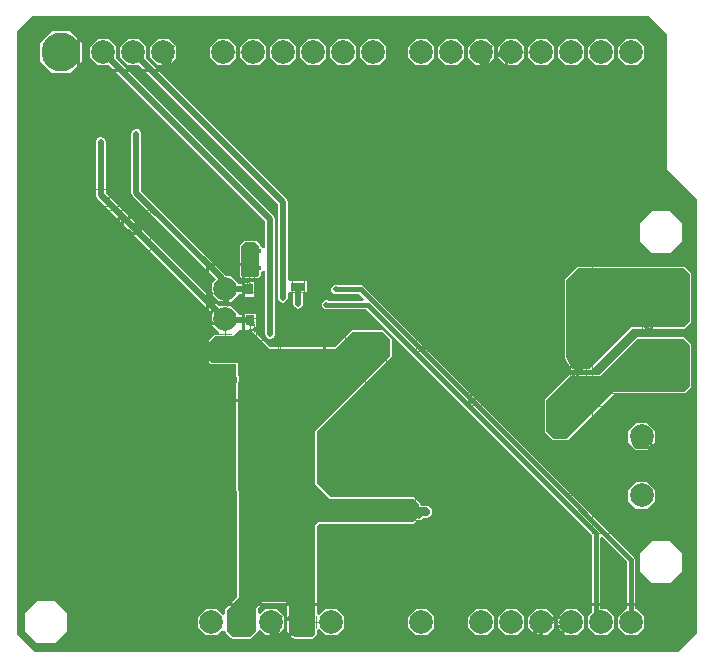
<source format=gbl>
G04*
G04 #@! TF.GenerationSoftware,Altium Limited,Altium Designer,22.7.1 (60)*
G04*
G04 Layer_Physical_Order=2*
G04 Layer_Color=16711680*
%FSLAX25Y25*%
%MOIN*%
G70*
G04*
G04 #@! TF.SameCoordinates,FBDB1D81-1F97-4559-A255-E9B88A778833*
G04*
G04*
G04 #@! TF.FilePolarity,Positive*
G04*
G01*
G75*
%ADD11C,0.00984*%
%ADD13C,0.00394*%
%ADD14C,0.01000*%
%ADD15C,0.00866*%
%ADD16C,0.00591*%
%ADD18R,0.05118X0.02756*%
%ADD35C,0.02000*%
%ADD37C,0.01500*%
%ADD38C,0.07874*%
%ADD39C,0.12992*%
%ADD40C,0.01772*%
%ADD41C,0.02000*%
%ADD42R,0.03100X0.03800*%
G36*
X210660Y212011D02*
X216716Y205954D01*
Y160970D01*
X226713Y150974D01*
Y22455D01*
X226713Y6242D01*
X220471Y0D01*
X5904D01*
X-1Y5906D01*
Y207057D01*
X4952Y212011D01*
X210660Y212011D01*
D02*
G37*
%LPC*%
G36*
X206561Y204437D02*
X202885D01*
X200286Y201838D01*
Y198162D01*
X202885Y195563D01*
X206561D01*
X209160Y198162D01*
Y201838D01*
X206561Y204437D01*
D02*
G37*
G36*
X196561D02*
X192885D01*
X190286Y201838D01*
Y198162D01*
X192885Y195563D01*
X196561D01*
X199160Y198162D01*
Y201838D01*
X196561Y204437D01*
D02*
G37*
G36*
X186561D02*
X182885D01*
X180286Y201838D01*
Y198162D01*
X182885Y195563D01*
X186561D01*
X189160Y198162D01*
Y201838D01*
X186561Y204437D01*
D02*
G37*
G36*
X176561D02*
X172885D01*
X170286Y201838D01*
Y198162D01*
X172885Y195563D01*
X176561D01*
X179160Y198162D01*
Y201838D01*
X176561Y204437D01*
D02*
G37*
G36*
X166561D02*
X162885D01*
X160286Y201838D01*
Y198162D01*
X162885Y195563D01*
X166561D01*
X169160Y198162D01*
Y201838D01*
X166561Y204437D01*
D02*
G37*
G36*
X156561D02*
X152885D01*
X150286Y201838D01*
Y198162D01*
X152885Y195563D01*
X156561D01*
X159160Y198162D01*
Y201838D01*
X156561Y204437D01*
D02*
G37*
G36*
X146561D02*
X142885D01*
X140286Y201838D01*
Y198162D01*
X142885Y195563D01*
X146561D01*
X149160Y198162D01*
Y201838D01*
X146561Y204437D01*
D02*
G37*
G36*
X136561D02*
X132885D01*
X130286Y201838D01*
Y198162D01*
X132885Y195563D01*
X136561D01*
X139160Y198162D01*
Y201838D01*
X136561Y204437D01*
D02*
G37*
G36*
X120561D02*
X116885D01*
X114286Y201838D01*
Y198162D01*
X116885Y195563D01*
X120561D01*
X123160Y198162D01*
Y201838D01*
X120561Y204437D01*
D02*
G37*
G36*
X110561D02*
X106885D01*
X104286Y201838D01*
Y198162D01*
X106885Y195563D01*
X110561D01*
X113160Y198162D01*
Y201838D01*
X110561Y204437D01*
D02*
G37*
G36*
X100561D02*
X96885D01*
X94286Y201838D01*
Y198162D01*
X96885Y195563D01*
X100561D01*
X103160Y198162D01*
Y201838D01*
X100561Y204437D01*
D02*
G37*
G36*
X90561D02*
X86885D01*
X84286Y201838D01*
Y198162D01*
X86885Y195563D01*
X90561D01*
X93160Y198162D01*
Y201838D01*
X90561Y204437D01*
D02*
G37*
G36*
X80561D02*
X76885D01*
X74286Y201838D01*
Y198162D01*
X76885Y195563D01*
X80561D01*
X83160Y198162D01*
Y201838D01*
X80561Y204437D01*
D02*
G37*
G36*
X70561D02*
X66885D01*
X64286Y201838D01*
Y198162D01*
X66885Y195563D01*
X70561D01*
X73160Y198162D01*
Y201838D01*
X70561Y204437D01*
D02*
G37*
G36*
X50561D02*
X46885D01*
X44286Y201838D01*
Y198162D01*
X46885Y195563D01*
X50561D01*
X53160Y198162D01*
Y201838D01*
X50561Y204437D01*
D02*
G37*
G36*
X17621Y206996D02*
X11825D01*
X7727Y202898D01*
Y197102D01*
X11825Y193004D01*
X17621D01*
X21719Y197102D01*
Y202898D01*
X17621Y206996D01*
D02*
G37*
G36*
X30561Y204437D02*
X26885D01*
X24286Y201838D01*
Y198162D01*
X26885Y195563D01*
X30561D01*
X30713Y195714D01*
X82788Y143639D01*
Y134656D01*
X82001Y134525D01*
X81282Y135244D01*
X81249Y135384D01*
X81249Y135384D01*
X81090Y135767D01*
X81090Y135767D01*
X79860Y136997D01*
X79477Y137155D01*
X79477Y137155D01*
X75983D01*
X75983Y137155D01*
X75600Y136997D01*
X75600Y136997D01*
X74419Y135816D01*
X74261Y135433D01*
X74261Y135433D01*
Y125640D01*
X74419Y125257D01*
X74419Y125257D01*
X74911Y124765D01*
X75294Y124606D01*
X75294Y124606D01*
X80019D01*
X80401Y124765D01*
X81090Y125454D01*
X81249Y125837D01*
X81249Y125837D01*
Y126567D01*
X81282D01*
X82001Y127286D01*
X82788Y127155D01*
Y106005D01*
X83264Y104857D01*
X84412Y104382D01*
X85560Y104857D01*
X86035Y106005D01*
Y144311D01*
X85560Y145459D01*
X33009Y198011D01*
X33160Y198162D01*
Y201838D01*
X30561Y204437D01*
D02*
G37*
G36*
X217621Y146996D02*
X211825D01*
X207727Y142898D01*
Y137102D01*
X211825Y133004D01*
X217621D01*
X221719Y137102D01*
Y142898D01*
X217621Y146996D01*
D02*
G37*
G36*
X39763Y174458D02*
X38614Y173983D01*
X38139Y172835D01*
Y153150D01*
X38614Y152002D01*
X66367Y124249D01*
X64962Y122843D01*
Y119168D01*
X67561Y116568D01*
X71237D01*
X73836Y119168D01*
Y119312D01*
X75114D01*
Y118466D01*
X79214D01*
Y123266D01*
X75114D01*
Y122559D01*
X73836D01*
Y122843D01*
X71237Y125443D01*
X69565D01*
X69423Y125785D01*
X41386Y153822D01*
Y172835D01*
X40911Y173983D01*
X40337Y174221D01*
X39763Y174458D01*
D02*
G37*
G36*
X106919Y122366D02*
X105677D01*
X104798Y121487D01*
Y120245D01*
X105677Y119366D01*
X106919D01*
X107066Y119513D01*
X114078D01*
X115762Y117828D01*
X115461Y117101D01*
X103917Y117101D01*
X103770Y117248D01*
X102527D01*
X101648Y116369D01*
Y115127D01*
X102527Y114248D01*
X103770D01*
X103917Y114395D01*
X116367Y114395D01*
X191676Y39086D01*
Y13419D01*
X191732Y13284D01*
X190286Y11838D01*
Y8162D01*
X192885Y5563D01*
X196561D01*
X199160Y8162D01*
Y11838D01*
X196561Y14437D01*
X194382D01*
Y38180D01*
X195110Y38481D01*
X203370Y30221D01*
Y14437D01*
X202885D01*
X200286Y11838D01*
Y8162D01*
X202885Y5563D01*
X206561D01*
X209160Y8162D01*
Y11838D01*
X206561Y14437D01*
X206076D01*
Y30781D01*
X205680Y31738D01*
X173468Y63950D01*
X173468Y63950D01*
X115595Y121823D01*
X114638Y122219D01*
X107066D01*
X106919Y122366D01*
D02*
G37*
G36*
X40561Y204437D02*
X36885D01*
X34286Y201838D01*
Y198162D01*
X36885Y195563D01*
X40561D01*
X40713Y195714D01*
X86958Y149469D01*
Y118110D01*
X87433Y116962D01*
X88582Y116487D01*
X89729Y116962D01*
X90205Y118110D01*
Y119365D01*
X90640Y119972D01*
X90992Y119972D01*
X92076D01*
Y116142D01*
X92200Y115843D01*
Y115520D01*
X92428Y115292D01*
X92551Y114994D01*
X92850Y114870D01*
X93078Y114642D01*
X93401D01*
X93700Y114518D01*
X93998Y114642D01*
X94321D01*
X94549Y114870D01*
X94848Y114994D01*
X94971Y115292D01*
X95200Y115520D01*
Y115843D01*
X95323Y116142D01*
Y119972D01*
X96759D01*
Y123728D01*
X90992D01*
X90640Y123728D01*
X90205Y124335D01*
Y150142D01*
X89729Y151290D01*
X43009Y198011D01*
X43160Y198162D01*
Y201838D01*
X40561Y204437D01*
D02*
G37*
G36*
X222440Y128494D02*
X222440Y128494D01*
X187007D01*
X186624Y128335D01*
X186624Y128335D01*
X182687Y124398D01*
X182528Y124016D01*
X182528Y124016D01*
Y98425D01*
X182577Y98309D01*
X182586Y98183D01*
X184554Y94246D01*
X184621Y94188D01*
X184655Y94105D01*
X184772Y94057D01*
X184867Y93975D01*
X184956Y93981D01*
X185038Y93947D01*
X190944D01*
X191326Y94105D01*
X191326Y94105D01*
X204947Y107727D01*
X222440D01*
X222440Y107727D01*
X222822Y107885D01*
X222822Y107885D01*
X224791Y109853D01*
X224949Y110236D01*
X224949Y110236D01*
Y125984D01*
X224949Y125984D01*
X224791Y126367D01*
X222822Y128335D01*
X222440Y128494D01*
D02*
G37*
G36*
X27951Y171702D02*
X26803Y171227D01*
X26328Y170079D01*
Y152453D01*
X26803Y151305D01*
X65114Y112995D01*
X64962Y112843D01*
Y109168D01*
X67486Y106644D01*
X67380Y105856D01*
X65944D01*
X65944Y105856D01*
X65561Y105698D01*
X63592Y103729D01*
X63434Y103347D01*
X63434Y103346D01*
Y97441D01*
X63434Y97441D01*
X63592Y97058D01*
X64577Y96074D01*
X64959Y95916D01*
X64959Y95916D01*
X73108D01*
X73125Y92220D01*
X73153Y92153D01*
X73144Y92082D01*
X73295Y91518D01*
Y90493D01*
X73155Y89971D01*
X73165Y89897D01*
X73137Y89828D01*
X73472Y18479D01*
X69483Y14146D01*
X69415Y13961D01*
X69340Y13780D01*
Y12772D01*
X68552Y12446D01*
X66561Y14437D01*
X62885D01*
X60286Y11838D01*
Y8162D01*
X62885Y5563D01*
X66561D01*
X68171Y7173D01*
X69151Y7098D01*
X69340Y6890D01*
X69498Y6507D01*
X71466Y4539D01*
X71849Y4380D01*
X71849Y4380D01*
X77755D01*
X77755Y4380D01*
X78137Y4539D01*
X80106Y6507D01*
X80264Y6890D01*
X80864Y7319D01*
X81052Y7396D01*
X82885Y5563D01*
X86561D01*
X89160Y8162D01*
Y11838D01*
X86561Y14437D01*
X82885D01*
X81052Y12604D01*
X80264Y12930D01*
Y14540D01*
X81916Y16191D01*
X89341D01*
X90009Y15524D01*
Y6890D01*
X90009Y6890D01*
X90167Y6507D01*
X92136Y4539D01*
X92519Y4380D01*
X92519Y4380D01*
X98424D01*
X98424Y4380D01*
X98807Y4539D01*
X99791Y5523D01*
X99950Y5906D01*
X99949Y5906D01*
Y7385D01*
X100737Y7711D01*
X102885Y5563D01*
X106561D01*
X109160Y8162D01*
Y11838D01*
X106561Y14437D01*
X102885D01*
X100737Y12289D01*
X99949Y12615D01*
Y42099D01*
X100617Y42766D01*
X131888D01*
X131889Y42766D01*
X132271Y42924D01*
X133213Y43866D01*
X133236Y43844D01*
X134478D01*
X135357Y44722D01*
Y44734D01*
X136810D01*
X136810Y44734D01*
X137192Y44893D01*
X137192Y44893D01*
X138177Y45877D01*
X138177Y45877D01*
X138335Y46260D01*
X138335Y46260D01*
Y47244D01*
X138177Y47627D01*
X138177Y47627D01*
X137192Y48611D01*
X136810Y48770D01*
X136810Y48770D01*
X134984D01*
X134398Y49213D01*
X134240Y49595D01*
X132271Y51564D01*
X131889Y51722D01*
X131888Y51722D01*
X104554D01*
X99949Y56327D01*
Y73595D01*
X124791Y98436D01*
X124950Y98819D01*
X124949Y98819D01*
Y104331D01*
X124950Y104331D01*
X124791Y104713D01*
X122429Y107076D01*
X122046Y107234D01*
X122046Y107234D01*
X111810D01*
X111810Y107234D01*
X111427Y107076D01*
X111427Y107076D01*
X106074Y101722D01*
X84381D01*
X79608Y106496D01*
Y106730D01*
X79373D01*
X78661Y107443D01*
X78987Y108230D01*
X79608D01*
Y113030D01*
X75508D01*
Y112442D01*
X73836D01*
Y112843D01*
X71237Y115443D01*
X67561D01*
X67410Y115291D01*
X29575Y153126D01*
Y170079D01*
X29100Y171227D01*
X28526Y171465D01*
X27951Y171702D01*
D02*
G37*
G36*
X222440Y104872D02*
X222440Y104872D01*
X206692D01*
X206692Y104872D01*
X206309Y104713D01*
X194066Y92470D01*
X184448D01*
X184448Y92470D01*
X184065Y92312D01*
X184065Y92312D01*
X175994Y84241D01*
X175836Y83858D01*
X175836Y83858D01*
Y73622D01*
X175836Y73622D01*
X175994Y73239D01*
X175994Y73239D01*
X178424Y70810D01*
X178806Y70651D01*
X178806Y70651D01*
X183396Y70651D01*
X183396Y70651D01*
X183779Y70810D01*
X183779Y70810D01*
X199042Y86073D01*
X222440Y86073D01*
X222440Y86073D01*
X222822Y86231D01*
X224791Y88200D01*
X224949Y88583D01*
X224949Y88583D01*
Y102362D01*
X224949Y102362D01*
X224791Y102745D01*
X222822Y104713D01*
X222440Y104872D01*
D02*
G37*
G36*
X210006Y76386D02*
X206330D01*
X203731Y73787D01*
Y70111D01*
X206330Y67512D01*
X210006D01*
X212605Y70111D01*
Y73787D01*
X210006Y76386D01*
D02*
G37*
G36*
Y56701D02*
X206330D01*
X203731Y54102D01*
Y50426D01*
X206330Y47827D01*
X210006D01*
X212605Y50426D01*
Y54102D01*
X210006Y56701D01*
D02*
G37*
G36*
X217621Y36996D02*
X211825D01*
X207727Y32898D01*
Y27102D01*
X211825Y23004D01*
X217621D01*
X221719Y27102D01*
Y32898D01*
X217621Y36996D01*
D02*
G37*
G36*
X186561Y14437D02*
X182885D01*
X180286Y11838D01*
Y8162D01*
X182885Y5563D01*
X186561D01*
X189160Y8162D01*
Y11838D01*
X186561Y14437D01*
D02*
G37*
G36*
X176561D02*
X172885D01*
X170286Y11838D01*
Y8162D01*
X172885Y5563D01*
X176561D01*
X179160Y8162D01*
Y11838D01*
X176561Y14437D01*
D02*
G37*
G36*
X166561D02*
X162885D01*
X160286Y11838D01*
Y8162D01*
X162885Y5563D01*
X166561D01*
X169160Y8162D01*
Y11838D01*
X166561Y14437D01*
D02*
G37*
G36*
X156561D02*
X152885D01*
X150286Y11838D01*
Y8162D01*
X152885Y5563D01*
X156561D01*
X159160Y8162D01*
Y11838D01*
X156561Y14437D01*
D02*
G37*
G36*
X136561D02*
X132885D01*
X130286Y11838D01*
Y8162D01*
X132885Y5563D01*
X136561D01*
X139160Y8162D01*
Y11838D01*
X136561Y14437D01*
D02*
G37*
G36*
X12621Y16996D02*
X6825D01*
X2727Y12898D01*
Y7102D01*
X6825Y3004D01*
X12621D01*
X16719Y7102D01*
Y12898D01*
X12621Y16996D01*
D02*
G37*
%LPD*%
G36*
X80707Y135384D02*
Y125837D01*
X80019Y125148D01*
X75294D01*
X74802Y125640D01*
Y135433D01*
X75983Y136614D01*
X79477D01*
X80707Y135384D01*
D02*
G37*
G36*
X224408Y125984D02*
Y110236D01*
X222440Y108268D01*
X204723D01*
X190944Y94488D01*
X185038D01*
X183070Y98425D01*
Y124016D01*
X187007Y127953D01*
X222440D01*
X224408Y125984D01*
D02*
G37*
G36*
X84157Y101181D02*
X106298D01*
X111810Y106693D01*
X122046D01*
X124408Y104331D01*
Y98819D01*
X99408Y73819D01*
Y56102D01*
X104330Y51181D01*
X131889D01*
X133857Y49213D01*
Y48228D01*
X136810D01*
X137794Y47244D01*
Y46260D01*
X136810Y45276D01*
X133857D01*
X131889Y43307D01*
X100392D01*
X99408Y42323D01*
Y5906D01*
X98424Y4921D01*
X92519D01*
X90550Y6890D01*
Y15748D01*
X89566Y16732D01*
X81692D01*
X79723Y14764D01*
Y6890D01*
X77755Y4921D01*
X71849D01*
X69881Y6890D01*
Y13780D01*
X74015Y18269D01*
X73678Y89831D01*
X73836Y90421D01*
Y91590D01*
X73667Y92222D01*
X73647Y96457D01*
X64959D01*
X63975Y97441D01*
Y103347D01*
X65944Y105315D01*
X71849D01*
X74015Y107480D01*
X77858D01*
X84157Y101181D01*
D02*
G37*
G36*
X224408Y102362D02*
Y88583D01*
X222440Y86614D01*
X198818Y86614D01*
X183396Y71192D01*
X178806Y71192D01*
X176377Y73622D01*
Y83858D01*
X184448Y91929D01*
X194290D01*
X206692Y104331D01*
X222440D01*
X224408Y102362D01*
D02*
G37*
D11*
X63494Y129234D02*
X75305D01*
X63494Y83880D02*
Y129234D01*
Y83880D02*
X75305D01*
Y129234D01*
X20495Y194095D02*
Y205906D01*
Y194095D02*
X126873D01*
Y205906D01*
X20495D02*
X126873D01*
X126495D02*
X211219D01*
Y194095D02*
Y205906D01*
X126495Y194095D02*
X211219D01*
X126495D02*
Y205906D01*
X146495Y4095D02*
Y15905D01*
Y4095D02*
X211534D01*
Y15905D01*
X146495D02*
X211534D01*
X56495Y4095D02*
Y15905D01*
Y4095D02*
X141219D01*
Y15905D01*
X56495D02*
X141219D01*
X75305Y83880D02*
Y129234D01*
X63494Y83880D02*
X75305D01*
X63494D02*
Y129234D01*
X75305D01*
X20495Y205906D02*
X126873D01*
Y194095D02*
Y205906D01*
X20495Y194095D02*
X126873D01*
X20495D02*
Y205906D01*
X126495Y194095D02*
Y205906D01*
Y194095D02*
X211219D01*
Y205906D01*
X126495D02*
X211219D01*
X146495Y15905D02*
X211534D01*
Y4095D02*
Y15905D01*
X146495Y4095D02*
X211534D01*
X146495D02*
Y15905D01*
X56495D02*
X141219D01*
Y4095D02*
Y15905D01*
X56495Y4095D02*
X141219D01*
X56495D02*
Y15905D01*
D13*
X75196Y120079D02*
X79133D01*
X75196Y127953D02*
X79133D01*
X75196Y120079D02*
Y127953D01*
X79133Y120079D02*
Y127953D01*
X75589Y111417D02*
X79526D01*
X75589Y103543D02*
X79526D01*
Y111417D01*
X75589Y103543D02*
Y111417D01*
X67431Y106005D02*
X71368D01*
X69399Y104037D02*
Y107974D01*
X132676Y44193D02*
Y57087D01*
X154723D01*
Y45276D02*
Y57087D01*
X153640Y44193D02*
X154723Y45276D01*
X132676Y44193D02*
X153640D01*
X143700Y48720D02*
Y52658D01*
X141731Y50689D02*
X145668D01*
X73723Y198031D02*
Y201969D01*
X71755Y200000D02*
X75692D01*
X167755D02*
X171692D01*
X169723Y198031D02*
Y201969D01*
X81495Y92913D02*
X87007D01*
Y103937D01*
X81495D02*
X87007D01*
X81495Y92913D02*
Y103937D01*
X84251Y97244D02*
Y99606D01*
X83070Y98425D02*
X85432D01*
X23900Y70079D02*
X24800D01*
X44373D01*
X23900D02*
Y83465D01*
X44373D01*
Y70079D02*
Y83465D01*
X32168Y76772D02*
X36105D01*
X34137Y74803D02*
Y78740D01*
X23900Y133993D02*
X24800D01*
X44373D01*
X23900D02*
Y147379D01*
X44373D01*
Y133993D02*
Y147379D01*
X32168Y140686D02*
X36105D01*
X34137Y138717D02*
Y142654D01*
X184251Y99803D02*
X189763D01*
X184251Y88779D02*
Y99803D01*
Y88779D02*
X189763D01*
Y99803D01*
X187007Y93110D02*
Y95472D01*
X185826Y94291D02*
X188188D01*
X191633Y82185D02*
X224704D01*
X191633Y39665D02*
Y82185D01*
Y39665D02*
X224704D01*
Y82185D01*
X208168Y60138D02*
Y64075D01*
X206200Y62106D02*
X210137D01*
X191633Y128740D02*
X224704D01*
X191633Y86221D02*
Y128740D01*
Y86221D02*
X224704D01*
Y128740D01*
X208168Y106693D02*
Y110630D01*
X206200Y108661D02*
X210137D01*
X26574Y125984D02*
Y128347D01*
X25392Y127165D02*
X27755D01*
X24605Y121653D02*
X28542D01*
Y132677D01*
X24605D02*
X28542D01*
X24605Y121653D02*
Y132677D01*
X173522Y100445D02*
X179034D01*
Y111469D01*
X173522D02*
X179034D01*
X173522Y100445D02*
Y111469D01*
X176278Y104776D02*
Y107138D01*
X175097Y105957D02*
X177459D01*
X170037Y104776D02*
Y107138D01*
X168856Y105957D02*
X171219D01*
X168069Y111469D02*
X172006D01*
X168069Y100445D02*
Y111469D01*
Y100445D02*
X172006D01*
Y111469D01*
X154723Y119960D02*
X157085D01*
X155904Y118779D02*
Y121142D01*
X150392Y117992D02*
Y121929D01*
Y117992D02*
X161416D01*
Y121929D01*
X150392D02*
X161416D01*
Y123378D02*
Y128890D01*
X150392D02*
X161416D01*
X150392Y123378D02*
Y128890D01*
Y123378D02*
X161416D01*
X154723Y126134D02*
X157085D01*
X155904Y124953D02*
Y127315D01*
X141797Y104776D02*
Y107138D01*
X140616Y105957D02*
X142979D01*
X139829Y111469D02*
X143766D01*
X139829Y100445D02*
Y111469D01*
Y100445D02*
X143766D01*
Y111469D01*
X134644Y105957D02*
X137007D01*
X135826Y104776D02*
Y107138D01*
X133070Y100445D02*
Y111469D01*
X138582D01*
Y100445D02*
Y111469D01*
X133070Y100445D02*
X138582D01*
X30707Y150394D02*
Y152756D01*
X29526Y151575D02*
X31889D01*
X25196Y148819D02*
X36219D01*
X25196D02*
Y154331D01*
X36219D01*
Y148819D02*
Y154331D01*
X44290Y122441D02*
Y133465D01*
X40353Y122441D02*
X44290D01*
X40353D02*
Y133465D01*
X44290D01*
X41140Y127953D02*
X43503D01*
X42322Y126772D02*
Y129134D01*
X28542Y57480D02*
Y68504D01*
X24605Y57480D02*
X28542D01*
X24605D02*
Y68504D01*
X28542D01*
X25392Y62992D02*
X27755D01*
X26574Y61811D02*
Y64173D01*
X32282Y62992D02*
X34644D01*
X33463Y61811D02*
Y64173D01*
X36219Y57480D02*
Y68504D01*
X30707Y57480D02*
X36219D01*
X30707D02*
Y68504D01*
X36219D01*
X87628Y98830D02*
Y113190D01*
X109281D01*
Y98830D02*
Y113190D01*
X87628Y98830D02*
X109281D01*
X98454Y104037D02*
Y107974D01*
X96486Y106005D02*
X100423D01*
X111022Y98132D02*
X113385D01*
X112204Y96951D02*
Y99313D01*
X109448Y92620D02*
Y103644D01*
X114959D01*
Y92620D02*
Y103644D01*
X109448Y92620D02*
X114959D01*
X115845Y103642D02*
X122932D01*
X115845Y87894D02*
Y103642D01*
Y87894D02*
X122932D01*
Y103642D01*
X119389Y94587D02*
Y96949D01*
X118207Y95768D02*
X120570D01*
X150392Y89764D02*
X161416D01*
X150392D02*
Y93701D01*
X161416D01*
Y89764D02*
Y93701D01*
X155904Y90551D02*
Y92913D01*
X154723Y91732D02*
X157085D01*
X150392Y82433D02*
Y87945D01*
Y82433D02*
X161416D01*
Y87945D01*
X150392D02*
X161416D01*
X154723Y85189D02*
X157085D01*
X155904Y84008D02*
Y86370D01*
X127164Y45768D02*
Y48130D01*
X125983Y46949D02*
X128345D01*
X121652Y49705D02*
X132676D01*
Y44193D02*
Y49705D01*
X121652Y44193D02*
X132676D01*
X121652D02*
Y49705D01*
X183857Y68110D02*
X190944D01*
X183857Y52362D02*
Y68110D01*
Y52362D02*
X190944D01*
Y68110D01*
X187400Y58268D02*
Y62205D01*
X185432Y60236D02*
X189369D01*
X179723Y8032D02*
Y11969D01*
X177755Y10000D02*
X181692D01*
X99723Y8032D02*
Y11969D01*
X97755Y10000D02*
X101692D01*
X19487Y10827D02*
Y16339D01*
Y10827D02*
X30511D01*
Y16339D01*
X19487D02*
X30511D01*
X23818Y13583D02*
X26180D01*
X24999Y12402D02*
Y14764D01*
X19487Y5118D02*
X30511D01*
X19487D02*
Y9055D01*
X30511D01*
Y5118D02*
Y9055D01*
X24999Y5906D02*
Y8268D01*
X23818Y7087D02*
X26180D01*
X93700Y124409D02*
Y126772D01*
X92519Y125591D02*
X94881D01*
X91731Y131102D02*
X95668D01*
Y120079D02*
Y131102D01*
X91731Y120079D02*
X95668D01*
X91731D02*
Y131102D01*
X77164Y122835D02*
Y125197D01*
X75983Y124016D02*
X78345D01*
X75196Y118504D02*
X79133D01*
X75196D02*
Y129528D01*
X79133D01*
Y118504D02*
Y129528D01*
X77558Y106299D02*
Y108661D01*
X76377Y107480D02*
X78739D01*
X75589Y112992D02*
X79526D01*
Y101969D02*
Y112992D01*
X75589Y101969D02*
X79526D01*
X75589D02*
Y112992D01*
X154723Y45276D02*
Y57087D01*
X153640Y44193D02*
X154723Y45276D01*
X132676Y44193D02*
X153640D01*
X132676D02*
Y57087D01*
X154723D01*
X81495Y92913D02*
X87007D01*
X81495D02*
Y103937D01*
X87007D01*
Y92913D02*
Y103937D01*
X23900Y70079D02*
X24800D01*
X44373D01*
Y83465D01*
X23900Y70079D02*
Y83465D01*
X44373D01*
X23900Y133993D02*
X24800D01*
X44373D01*
Y147379D01*
X23900Y133993D02*
Y147379D01*
X44373D01*
X184251Y99803D02*
X189763D01*
Y88779D02*
Y99803D01*
X184251Y88779D02*
X189763D01*
X184251D02*
Y99803D01*
X191633Y82185D02*
X224704D01*
Y39665D02*
Y82185D01*
X191633Y39665D02*
X224704D01*
X191633D02*
Y82185D01*
Y128740D02*
X224704D01*
Y86221D02*
Y128740D01*
X191633Y86221D02*
X224704D01*
X191633D02*
Y128740D01*
X24605Y121653D02*
X28542D01*
Y132677D01*
X24605D02*
X28542D01*
X24605Y121653D02*
Y132677D01*
X173522Y100445D02*
X179034D01*
X173522D02*
Y111469D01*
X179034D01*
Y100445D02*
Y111469D01*
X168069D02*
X172006D01*
X168069Y100445D02*
Y111469D01*
Y100445D02*
X172006D01*
Y111469D01*
X150392Y117992D02*
Y121929D01*
Y117992D02*
X161416D01*
Y121929D01*
X150392D02*
X161416D01*
Y123378D02*
Y128890D01*
X150392Y123378D02*
X161416D01*
X150392D02*
Y128890D01*
X161416D01*
X139829Y111469D02*
X143766D01*
X139829Y100445D02*
Y111469D01*
Y100445D02*
X143766D01*
Y111469D01*
X138582Y100445D02*
Y111469D01*
X133070D02*
X138582D01*
X133070Y100445D02*
Y111469D01*
Y100445D02*
X138582D01*
X25196Y154331D02*
X36219D01*
X25196Y148819D02*
Y154331D01*
Y148819D02*
X36219D01*
Y154331D01*
X44290Y122441D02*
Y133465D01*
X40353Y122441D02*
X44290D01*
X40353D02*
Y133465D01*
X44290D01*
X28542Y57480D02*
Y68504D01*
X24605Y57480D02*
X28542D01*
X24605D02*
Y68504D01*
X28542D01*
X30707Y57480D02*
Y68504D01*
Y57480D02*
X36219D01*
Y68504D01*
X30707D02*
X36219D01*
X109281Y98830D02*
Y113190D01*
X87628D02*
X109281D01*
X87628Y98830D02*
X109281D01*
X87628D02*
Y113190D01*
X114959Y92620D02*
Y103644D01*
X109448D02*
X114959D01*
X109448Y92620D02*
Y103644D01*
Y92620D02*
X114959D01*
X115845Y103642D02*
X122932D01*
Y87894D02*
Y103642D01*
X115845Y87894D02*
X122932D01*
X115845D02*
Y103642D01*
X150392Y89764D02*
X161416D01*
X150392D02*
Y93701D01*
X161416D01*
Y89764D02*
Y93701D01*
X150392Y82433D02*
Y87945D01*
X161416D01*
Y82433D02*
Y87945D01*
X150392Y82433D02*
X161416D01*
X121652Y44193D02*
X132676D01*
Y49705D01*
X121652D02*
X132676D01*
X121652Y44193D02*
Y49705D01*
X190944Y52362D02*
Y68110D01*
X183857Y52362D02*
X190944D01*
X183857Y68110D02*
X190944D01*
X183857Y52362D02*
Y68110D01*
X19487Y10827D02*
Y16339D01*
X30511D01*
Y10827D02*
Y16339D01*
X19487Y10827D02*
X30511D01*
X19487Y5118D02*
X30511D01*
X19487D02*
Y9055D01*
X30511D01*
Y5118D02*
Y9055D01*
X28148Y123228D02*
X26180D01*
Y124212D01*
X26509Y124540D01*
X27165D01*
X27492Y124212D01*
Y123228D01*
Y123884D02*
X28148Y124540D01*
Y126508D02*
Y125196D01*
X26836Y126508D01*
X26509D01*
X26180Y126180D01*
Y125524D01*
X26509Y125196D01*
X168463Y109894D02*
X170431D01*
Y108910D01*
X170103Y108582D01*
X169447D01*
X169119Y108910D01*
Y109894D01*
Y109238D02*
X168463Y108582D01*
X170431Y106614D02*
Y107926D01*
X169447D01*
X169774Y107270D01*
Y106942D01*
X169447Y106614D01*
X168791D01*
X168463Y106942D01*
Y107598D01*
X168791Y107926D01*
X151967Y118386D02*
Y120353D01*
X152951D01*
X153279Y120026D01*
Y119370D01*
X152951Y119042D01*
X151967D01*
X152623D02*
X153279Y118386D01*
X155247Y120353D02*
X154591Y120026D01*
X153935Y119370D01*
Y118714D01*
X154263Y118386D01*
X154919D01*
X155247Y118714D01*
Y119042D01*
X154919Y119370D01*
X153935D01*
X140223Y109894D02*
X142191D01*
Y108910D01*
X141863Y108582D01*
X141207D01*
X140879Y108910D01*
Y109894D01*
Y109238D02*
X140223Y108582D01*
X141863Y107926D02*
X142191Y107598D01*
Y106942D01*
X141863Y106614D01*
X141535D01*
X141207Y106942D01*
X140879Y106614D01*
X140551D01*
X140223Y106942D01*
Y107598D01*
X140551Y107926D01*
X140879D01*
X141207Y107598D01*
X141535Y107926D01*
X141863D01*
X141207Y107598D02*
Y106942D01*
X40747Y131890D02*
X42715D01*
Y130906D01*
X42387Y130578D01*
X41731D01*
X41403Y130906D01*
Y131890D01*
Y131234D02*
X40747Y130578D01*
Y129922D02*
Y129266D01*
Y129594D01*
X42715D01*
X42387Y129922D01*
X24999Y66929D02*
X26967D01*
Y65945D01*
X26639Y65617D01*
X25983D01*
X25655Y65945D01*
Y66929D01*
Y66273D02*
X24999Y65617D01*
X26639Y64961D02*
X26967Y64633D01*
Y63977D01*
X26639Y63649D01*
X26311D01*
X25983Y63977D01*
Y64305D01*
Y63977D01*
X25655Y63649D01*
X25327D01*
X24999Y63977D01*
Y64633D01*
X25327Y64961D01*
X159841Y93307D02*
Y91339D01*
X158857D01*
X158529Y91667D01*
Y92323D01*
X158857Y92651D01*
X159841D01*
X159185D02*
X158529Y93307D01*
X157873Y91339D02*
X156562D01*
Y91667D01*
X157873Y92979D01*
Y93307D01*
X28936Y8661D02*
Y6694D01*
X27952D01*
X27624Y7022D01*
Y7677D01*
X27952Y8005D01*
X28936D01*
X28280D02*
X27624Y8661D01*
X25984D02*
Y6694D01*
X26968Y7677D01*
X25656D01*
X91731Y131102D02*
X95668D01*
Y120079D02*
Y131102D01*
X91731Y120079D02*
X95668D01*
X91731D02*
Y131102D01*
X75196Y118504D02*
X79133D01*
X75196D02*
Y129528D01*
X79133D01*
Y118504D02*
Y129528D01*
X75589Y112992D02*
X79526D01*
Y101969D02*
Y112992D01*
X75589Y101969D02*
X79526D01*
X75589D02*
Y112992D01*
X95274Y129528D02*
X93306D01*
Y128544D01*
X93634Y128216D01*
X94290D01*
X94618Y128544D01*
Y129528D01*
Y128872D02*
X95274Y128216D01*
Y127560D02*
Y126904D01*
Y127232D01*
X93306D01*
X93634Y127560D01*
X95274Y125920D02*
Y125264D01*
Y125592D01*
X93306D01*
X93634Y125920D01*
X75589Y120079D02*
X77557D01*
Y121063D01*
X77229Y121391D01*
X76573D01*
X76245Y121063D01*
Y120079D01*
Y120735D02*
X75589Y121391D01*
X75917Y122047D02*
X75589Y122375D01*
Y123030D01*
X75917Y123359D01*
X77229D01*
X77557Y123030D01*
Y122375D01*
X77229Y122047D01*
X76901D01*
X76573Y122375D01*
Y123359D01*
X79133Y111417D02*
X77165D01*
Y110433D01*
X77493Y110105D01*
X78149D01*
X78477Y110433D01*
Y111417D01*
Y110761D02*
X79133Y110105D01*
Y109450D02*
Y108793D01*
Y109122D01*
X77165D01*
X77493Y109450D01*
Y107810D02*
X77165Y107482D01*
Y106826D01*
X77493Y106498D01*
X78805D01*
X79133Y106826D01*
Y107482D01*
X78805Y107810D01*
X77493D01*
D14*
X70137Y115655D02*
Y117654D01*
Y116654D01*
X65138D01*
X64139Y117654D01*
Y118654D01*
X65138Y119653D01*
X70137Y109657D02*
Y113655D01*
X67138D01*
X68137Y111656D01*
Y110656D01*
X67138Y109657D01*
X65138D01*
X64139Y110656D01*
Y112656D01*
X65138Y113655D01*
X52147Y202077D02*
X50148D01*
X51147D01*
Y197078D01*
X50148Y196079D01*
X49148D01*
X48148Y197078D01*
X58145Y196079D02*
X54146D01*
X58145Y200077D01*
Y201077D01*
X57146Y202077D01*
X55146D01*
X54146Y201077D01*
X158147Y202077D02*
X156148D01*
X157147D01*
Y197078D01*
X156148Y196079D01*
X155148D01*
X154148Y197078D01*
X163145Y196079D02*
Y202077D01*
X160146Y199078D01*
X164145D01*
X37012Y76679D02*
X38012Y75679D01*
X40011D01*
X41011Y76679D01*
Y77678D01*
X40011Y78678D01*
X38012D01*
X37012Y79678D01*
Y80677D01*
X38012Y81677D01*
X40011D01*
X41011Y80677D01*
X35013Y75679D02*
Y81677D01*
X33013Y79678D01*
X31014Y81677D01*
Y75679D01*
X25016Y81677D02*
X29015D01*
X25016Y77678D01*
Y76679D01*
X26015Y75679D01*
X28015D01*
X29015Y76679D01*
X37012Y140593D02*
X38012Y139593D01*
X40011D01*
X41011Y140593D01*
Y141593D01*
X40011Y142592D01*
X38012D01*
X37012Y143592D01*
Y144592D01*
X38012Y145591D01*
X40011D01*
X41011Y144592D01*
X35013Y139593D02*
Y145591D01*
X33013Y143592D01*
X31014Y145591D01*
Y139593D01*
X29015Y145591D02*
X27015D01*
X28015D01*
Y139593D01*
X29015Y140593D01*
X211239Y67222D02*
Y69222D01*
Y68222D01*
X206240D01*
X205241Y69222D01*
Y70221D01*
X206240Y71221D01*
X211239Y61224D02*
X210239Y63224D01*
X208240Y65223D01*
X206240D01*
X205241Y64223D01*
Y62224D01*
X206240Y61224D01*
X207240D01*
X208240Y62224D01*
Y65223D01*
X211239Y113777D02*
Y115777D01*
Y114777D01*
X206240D01*
X205241Y115777D01*
Y116776D01*
X206240Y117776D01*
X211239Y111778D02*
Y107779D01*
X210239D01*
X206240Y111778D01*
X205241D01*
X175940Y11673D02*
X173941D01*
X174940D01*
Y6674D01*
X173941Y5675D01*
X172941D01*
X171941Y6674D01*
X177939Y10673D02*
X178939Y11673D01*
X180938D01*
X181938Y10673D01*
Y9673D01*
X180938Y8674D01*
X179938D01*
X180938D01*
X181938Y7674D01*
Y6674D01*
X180938Y5675D01*
X178939D01*
X177939Y6674D01*
X88147Y12077D02*
X86148D01*
X87147D01*
Y7078D01*
X86148Y6079D01*
X85148D01*
X84148Y7078D01*
X90146Y6079D02*
X92146D01*
X91146D01*
Y12077D01*
X90146Y11077D01*
D15*
X140867Y44075D02*
X145458D01*
X146377Y44993D01*
Y46830D01*
X145458Y47748D01*
X140867D01*
X146377Y53258D02*
Y49585D01*
X142703Y53258D01*
X141785D01*
X140867Y52340D01*
Y50503D01*
X141785Y49585D01*
X96775Y99696D02*
X101367D01*
X102285Y100615D01*
Y102451D01*
X101367Y103370D01*
X96775D01*
X102285Y105206D02*
Y107043D01*
Y106125D01*
X96775D01*
X97693Y105206D01*
D16*
X84120Y95341D02*
X83661Y94881D01*
Y93963D01*
X84120Y93504D01*
X85957D01*
X86416Y93963D01*
Y94881D01*
X85957Y95341D01*
X86416Y97636D02*
X83661D01*
X85039Y96259D01*
Y98096D01*
X184841Y99213D02*
X187596D01*
Y97835D01*
X187137Y97376D01*
X186219D01*
X185760Y97835D01*
Y99213D01*
Y98294D02*
X184841Y97376D01*
Y96458D02*
Y95539D01*
Y95998D01*
X187596D01*
X187137Y96458D01*
Y94162D02*
X187596Y93703D01*
Y92784D01*
X187137Y92325D01*
X186678D01*
X186219Y92784D01*
Y93243D01*
Y92784D01*
X185760Y92325D01*
X185301D01*
X184841Y92784D01*
Y93703D01*
X185301Y94162D01*
X175689Y101036D02*
X178444D01*
Y102413D01*
X177984Y102872D01*
X176148D01*
X175689Y102413D01*
Y101036D01*
X178444Y105627D02*
Y103791D01*
X176607Y105627D01*
X176148D01*
X175689Y105168D01*
Y104250D01*
X176148Y103791D01*
X160826Y125545D02*
Y128299D01*
X159448D01*
X158989Y127840D01*
Y126004D01*
X159448Y125545D01*
X160826D01*
X158071Y126004D02*
X157611Y125545D01*
X156693D01*
X156234Y126004D01*
Y126463D01*
X156693Y126922D01*
X157152D01*
X156693D01*
X156234Y127381D01*
Y127840D01*
X156693Y128299D01*
X157611D01*
X158071Y127840D01*
X135236Y101036D02*
X137991D01*
Y102413D01*
X137532Y102872D01*
X135695D01*
X135236Y102413D01*
Y101036D01*
Y105627D02*
Y103791D01*
X136613D01*
X136154Y104709D01*
Y105168D01*
X136613Y105627D01*
X137532D01*
X137991Y105168D01*
Y104250D01*
X137532Y103791D01*
X33792Y151444D02*
X34251Y150985D01*
X35170D01*
X35629Y151444D01*
Y153281D01*
X35170Y153740D01*
X34251D01*
X33792Y153281D01*
X32874Y153740D02*
X31955D01*
X32414D01*
Y150985D01*
X32874Y151444D01*
X33594Y66077D02*
X34053Y66536D01*
Y67454D01*
X33594Y67913D01*
X31757D01*
X31298Y67454D01*
Y66536D01*
X31757Y66077D01*
X31298Y63322D02*
Y65158D01*
X33135Y63322D01*
X33594D01*
X34053Y63781D01*
Y64699D01*
X33594Y65158D01*
X112073Y95047D02*
X111614Y94588D01*
Y93670D01*
X112073Y93211D01*
X113910D01*
X114369Y93670D01*
Y94588D01*
X113910Y95047D01*
X111614Y97802D02*
X112073Y96884D01*
X112991Y95966D01*
X113910D01*
X114369Y96425D01*
Y97343D01*
X113910Y97802D01*
X113451D01*
X112991Y97343D01*
Y95966D01*
X119519Y98852D02*
X119978Y99312D01*
Y100230D01*
X119519Y100689D01*
X117682D01*
X117223Y100230D01*
Y99312D01*
X117682Y98852D01*
X119519Y97934D02*
X119978Y97475D01*
Y96556D01*
X119519Y96097D01*
X119060D01*
X118601Y96556D01*
Y97016D01*
Y96556D01*
X118141Y96097D01*
X117682D01*
X117223Y96556D01*
Y97475D01*
X117682Y97934D01*
X150983Y85779D02*
Y83024D01*
X152360D01*
X152820Y83483D01*
Y85320D01*
X152360Y85779D01*
X150983D01*
X155116Y83024D02*
Y85779D01*
X153738Y84401D01*
X155575D01*
X124080Y47079D02*
X123620Y47539D01*
X122702D01*
X122243Y47079D01*
Y45243D01*
X122702Y44783D01*
X123620D01*
X124080Y45243D01*
X126835Y47539D02*
X124998D01*
Y46161D01*
X125916Y46620D01*
X126375D01*
X126835Y46161D01*
Y45243D01*
X126375Y44783D01*
X125457D01*
X124998Y45243D01*
X184841Y65551D02*
X187990D01*
Y63977D01*
X187465Y63452D01*
X186416D01*
X185891Y63977D01*
Y65551D01*
Y64502D02*
X184841Y63452D01*
Y62403D02*
Y61353D01*
Y61878D01*
X187990D01*
X187465Y62403D01*
X184841Y57680D02*
Y59779D01*
X186940Y57680D01*
X187465D01*
X187990Y58205D01*
Y59254D01*
X187465Y59779D01*
X20077Y14172D02*
Y11417D01*
X21455D01*
X21914Y11876D01*
Y13713D01*
X21455Y14172D01*
X20077D01*
X22832Y11417D02*
X23751D01*
X23292D01*
Y14172D01*
X22832Y13713D01*
D18*
X93700Y121850D02*
D03*
Y129331D02*
D03*
D35*
X38723Y200000D02*
X88582Y150142D01*
Y118110D02*
Y150142D01*
X84412Y106005D02*
Y144311D01*
X28723Y200000D02*
X84412Y144311D01*
X27951Y152453D02*
Y170079D01*
Y152453D02*
X69587Y110818D01*
X68275Y122129D02*
Y124637D01*
X39763Y153150D02*
X68275Y124637D01*
X39763Y153150D02*
Y172835D01*
X68275Y122129D02*
X69469Y120936D01*
X69587Y110818D02*
X77370D01*
X77558Y110630D01*
X69469Y120936D02*
X77094D01*
X77164Y120866D01*
X93700Y116142D02*
Y121850D01*
D37*
X106298Y120866D02*
X114638D01*
X204723Y10000D02*
Y30781D01*
X114638Y120866D02*
X172511Y62993D01*
X172511D02*
X204723Y30781D01*
X172511Y62993D02*
X172511D01*
X103148Y115748D02*
X116928Y115748D01*
X193029Y13419D02*
Y39647D01*
X116928Y115748D02*
X193029Y39647D01*
Y13419D02*
X194723Y11725D01*
Y10000D02*
Y11725D01*
D38*
X69399Y91005D02*
D03*
Y101005D02*
D03*
Y111005D02*
D03*
Y121005D02*
D03*
X48723Y200000D02*
D03*
X118723D02*
D03*
X108723D02*
D03*
X98723D02*
D03*
X88723D02*
D03*
X78723D02*
D03*
X68723D02*
D03*
X58723D02*
D03*
X38723D02*
D03*
X28723D02*
D03*
X134723D02*
D03*
X144723D02*
D03*
X154723D02*
D03*
X164723D02*
D03*
X174723D02*
D03*
X184723D02*
D03*
X194723D02*
D03*
X204723D02*
D03*
X208168Y71949D02*
D03*
Y52264D02*
D03*
Y118504D02*
D03*
Y98819D02*
D03*
X204723Y10000D02*
D03*
X194723D02*
D03*
X184723D02*
D03*
X174723D02*
D03*
X164723D02*
D03*
X154723D02*
D03*
X134723D02*
D03*
X124723D02*
D03*
X114723D02*
D03*
X104723D02*
D03*
X94723D02*
D03*
X84723D02*
D03*
X74723D02*
D03*
X64723D02*
D03*
D39*
X14723Y200000D02*
D03*
D40*
X82184Y99803D02*
D03*
X116140Y100394D02*
D03*
X110235Y102362D02*
D03*
X27951Y170079D02*
D03*
X39763Y172835D02*
D03*
X76770Y129921D02*
D03*
Y133858D02*
D03*
X77164Y105118D02*
D03*
X80707Y127953D02*
D03*
Y133858D02*
D03*
X84412Y106005D02*
D03*
X88582Y118110D02*
D03*
X92519Y131746D02*
D03*
Y137795D02*
D03*
Y143845D02*
D03*
X116140Y104331D02*
D03*
X122046Y102362D02*
D03*
X185038Y163386D02*
D03*
X204723D02*
D03*
Y155512D02*
D03*
X185038D02*
D03*
X194881Y151575D02*
D03*
Y159449D02*
D03*
Y167323D02*
D03*
X204723Y171260D02*
D03*
X185038D02*
D03*
Y179134D02*
D03*
X194881Y175197D02*
D03*
X204723Y179134D02*
D03*
X188975Y96457D02*
D03*
Y100394D02*
D03*
X192912Y88583D02*
D03*
Y84646D02*
D03*
X188975Y80709D02*
D03*
Y84646D02*
D03*
Y88583D02*
D03*
X185038D02*
D03*
Y84646D02*
D03*
Y80709D02*
D03*
Y76772D02*
D03*
X181101D02*
D03*
Y80709D02*
D03*
Y84646D02*
D03*
X188975Y104331D02*
D03*
X194881D02*
D03*
Y110236D02*
D03*
X188975D02*
D03*
Y116142D02*
D03*
X194881D02*
D03*
Y122047D02*
D03*
X188975D02*
D03*
D41*
X93700Y116142D02*
D03*
X103148Y115748D02*
D03*
X106298Y120866D02*
D03*
X133857Y45344D02*
D03*
X129526D02*
D03*
Y49450D02*
D03*
D42*
X77164Y127166D02*
D03*
Y120866D02*
D03*
X77558Y104330D02*
D03*
Y110630D02*
D03*
M02*

</source>
